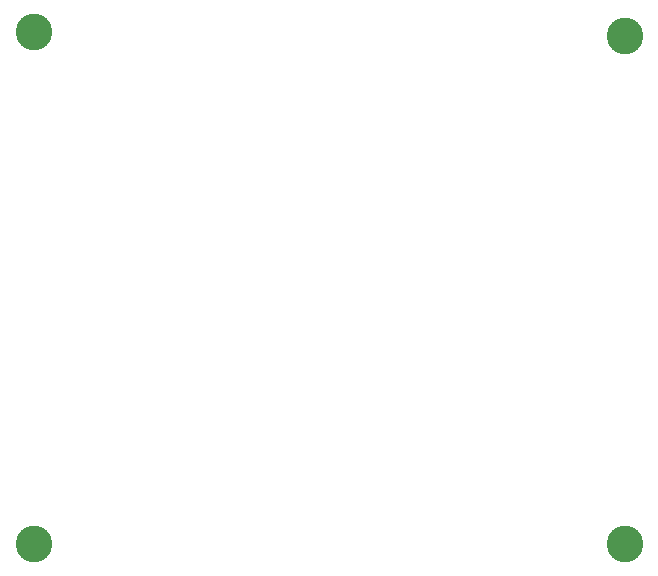
<source format=gbr>
%TF.GenerationSoftware,Altium Limited,Altium Designer,23.5.1 (21)*%
G04 Layer_Color=0*
%FSLAX45Y45*%
%MOMM*%
%TF.SameCoordinates,251D8D79-0CC1-4DB5-8A6B-B6CDDAA58204*%
%TF.FilePolarity,Positive*%
%TF.FileFunction,NonPlated,1,4,NPTH,Drill*%
%TF.Part,Single*%
G01*
G75*
%TA.AperFunction,OtherDrill,Pad Free-MH4 (54mm,4mm)*%
%ADD69C,3.10000*%
%TA.AperFunction,OtherDrill,Pad Free-MH3 (54mm,47mm)*%
%ADD70C,3.10000*%
%TA.AperFunction,OtherDrill,Pad Free-MH2 (4mm,47.325mm)*%
%ADD71C,3.10000*%
%TA.AperFunction,OtherDrill,Pad Free-MH1 (4mm,4mm)*%
%ADD72C,3.10000*%
D69*
X5400000Y400000D02*
D03*
D70*
Y4700000D02*
D03*
D71*
X400000Y4732500D02*
D03*
D72*
Y400000D02*
D03*
%TF.MD5,f8ba6a62018379bc444384aee544ed14*%
M02*

</source>
